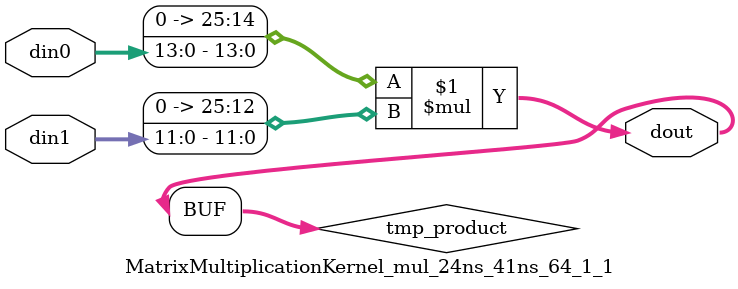
<source format=v>

`timescale 1 ns / 1 ps

 module MatrixMultiplicationKernel_mul_24ns_41ns_64_1_1(din0, din1, dout);
parameter ID = 1;
parameter NUM_STAGE = 0;
parameter din0_WIDTH = 14;
parameter din1_WIDTH = 12;
parameter dout_WIDTH = 26;

input [din0_WIDTH - 1 : 0] din0; 
input [din1_WIDTH - 1 : 0] din1; 
output [dout_WIDTH - 1 : 0] dout;

wire signed [dout_WIDTH - 1 : 0] tmp_product;
























assign tmp_product = $signed({1'b0, din0}) * $signed({1'b0, din1});











assign dout = tmp_product;





















endmodule

</source>
